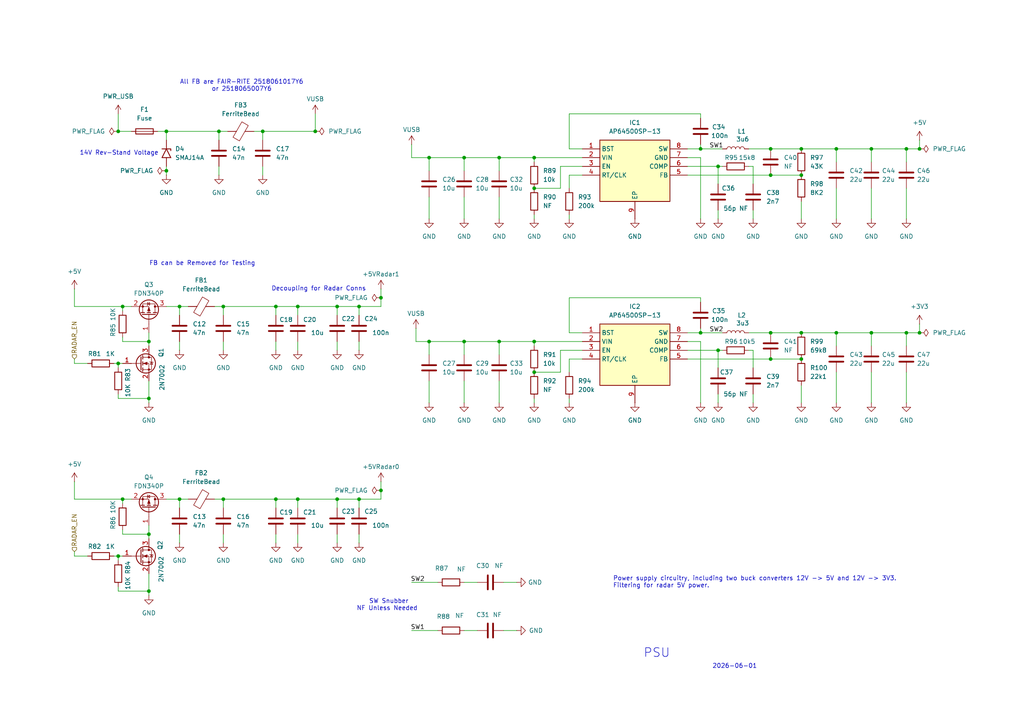
<source format=kicad_sch>
(kicad_sch (version 20231120) (generator "eeschema") (generator_version "8.0")
  (paper "A4")
  (lib_symbols
    (symbol "AP64500SP-13:AP64500SP-13"
      (property "Reference" "IC" (at 26.67 7.62 0))
      (property "Value" "AP64500SP-13" (at 26.67 5.08 0))
      (symbol "AP64500SP-13_1_1"
        (pin passive line (at 0 0 0) (length 5.08) (name "BST") (number "1"))
        (pin passive line (at 0 -2.54 0) (length 5.08) (name "VIN") (number "2"))
        (pin passive line (at 0 -5.08 0) (length 5.08) (name "EN") (number "3"))
        (pin passive line (at 0 -7.62 0) (length 5.08) (name "RT/CLK") (number "4"))
        (pin passive line (at 30.48 -7.62 180) (length 5.08) (name "FB") (number "5"))
        (pin passive line (at 30.48 -5.08 180) (length 5.08) (name "COMP") (number "6"))
        (pin passive line (at 30.48 -2.54 180) (length 5.08) (name "GND") (number "7"))
        (pin passive line (at 30.48 0 180) (length 5.08) (name "SW") (number "8"))
        (pin passive line (at 15.24 -20.32 90) (length 5.08) (name "EP") (number "9"))
      )
    )
    (symbol "Device:C" (pin_numbers hide) (pin_names (offset 0.254))
      (property "Reference" "C" (at 0.635 2.54 0))
      (property "Value" "C" (at 0.635 -2.54 0))
      (symbol "C_1_1"
        (pin passive line (at 0 3.81 270) (length 2.794) (name "~") (number "1"))
        (pin passive line (at 0 -3.81 90) (length 2.794) (name "~") (number "2"))
      )
    )
    (symbol "Device:FerriteBead" (pin_numbers hide) (pin_names (offset 0))
      (property "Reference" "FB" (at -3.81 0.635 90))
      (property "Value" "FerriteBead" (at 3.81 0 90))
      (symbol "FerriteBead_1_1"
        (pin passive line (at 0 3.81 270) (length 2.54) (name "~") (number "1"))
        (pin passive line (at 0 -3.81 90) (length 2.54) (name "~") (number "2"))
      )
    )
    (symbol "Device:Fuse" (pin_numbers hide) (pin_names (offset 0))
      (property "Reference" "F" (at 2.032 0 90))
      (property "Value" "Fuse" (at -1.905 0 90))
      (symbol "Fuse_1_1"
        (pin passive line (at 0 3.81 270) (length 1.27) (name "~") (number "1"))
        (pin passive line (at 0 -3.81 90) (length 1.27) (name "~") (number "2"))
      )
    )
    (symbol "Device:L" (pin_numbers hide) (pin_names (offset 1.016) hide)
      (property "Reference" "L" (at -1.27 0 90))
      (property "Value" "L" (at 1.905 0 90))
      (symbol "L_1_1"
        (pin passive line (at 0 3.81 270) (length 1.27) (name "1") (number "1"))
        (pin passive line (at 0 -3.81 90) (length 1.27) (name "2") (number "2"))
      )
    )
    (symbol "Device:R" (pin_numbers hide) (pin_names (offset 0))
      (property "Reference" "R" (at 2.032 0 90))
      (property "Value" "R" (at 0 0 90))
      (symbol "R_1_1"
        (pin passive line (at 0 3.81 270) (length 1.27) (name "~") (number "1"))
        (pin passive line (at 0 -3.81 90) (length 1.27) (name "~") (number "2"))
      )
    )
    (symbol "Diode:SMAJ14A" (pin_numbers hide) (pin_names (offset 1.016) hide)
      (property "Reference" "D" (at 0 2.54 0))
      (property "Value" "SMAJ14A" (at 0 -2.54 0))
      (symbol "SMAJ14A_1_1"
        (pin passive line (at -3.81 0 0) (length 2.54) (name "A1") (number "1"))
        (pin passive line (at 3.81 0 180) (length 2.54) (name "A2") (number "2"))
      )
    )
    (symbol "Transistor_FET:2N7002" (pin_names hide)
      (property "Reference" "Q" (at 5.08 1.905 0))
      (property "Value" "2N7002" (at 5.08 0 0))
      (symbol "2N7002_1_1"
        (pin input line (at -5.08 0 0) (length 2.54) (name "G") (number "1"))
        (pin passive line (at 2.54 -5.08 90) (length 2.54) (name "S") (number "2"))
        (pin passive line (at 2.54 5.08 270) (length 2.54) (name "D") (number "3"))
      )
    )
    (symbol "Transistor_FET:FDN340P" (pin_names hide)
      (property "Reference" "Q" (at 5.08 1.905 0))
      (property "Value" "FDN340P" (at 5.08 0 0))
      (symbol "FDN340P_1_1"
        (pin input line (at -5.08 0 0) (length 2.54) (name "G") (number "1"))
        (pin passive line (at 2.54 -5.08 90) (length 2.54) (name "S") (number "2"))
        (pin passive line (at 2.54 5.08 270) (length 2.54) (name "D") (number "3"))
      )
    )
    (symbol "power:+3.3V" (power) (pin_numbers hide) (pin_names (offset 0) hide)
      (property "Value" "+3.3V" (at 0 3.556 0))
      (symbol "+3.3V_1_1"
        (pin power_in line (at 0 0 90) (length 0) (name "~") (number "1"))
      )
    )
    (symbol "power:+5V" (power) (pin_numbers hide) (pin_names (offset 0) hide)
      (property "Value" "+5V" (at 0 3.556 0))
      (symbol "+5V_1_1"
        (pin power_in line (at 0 0 90) (length 0) (name "~") (number "1"))
      )
    )
    (symbol "power:+5VP" (power) (pin_numbers hide) (pin_names (offset 0) hide)
      (property "Value" "+5VP" (at 0 3.556 0))
      (symbol "+5VP_1_1"
        (pin power_in line (at 0 0 90) (length 0) (name "~") (number "1"))
      )
    )
    (symbol "power:GND" (power) (pin_numbers hide) (pin_names (offset 0) hide)
      (property "Value" "GND" (at 0 -3.81 0))
      (symbol "GND_1_1"
        (pin power_in line (at 0 0 270) (length 0) (name "~") (number "1"))
      )
    )
    (symbol "power:PWR_FLAG" (power) (pin_numbers hide) (pin_names (offset 0) hide)
      (property "Value" "PWR_FLAG" (at 0 3.81 0))
      (symbol "PWR_FLAG_0_0"
        (pin power_out line (at 0 0 90) (length 0) (name "~") (number "1"))
      )
    )
  )
  (junction (at 242.57 96.52))
  (junction (at 104.14 144.78))
  (junction (at 144.78 45.72))
  (junction (at 43.18 99.06))
  (junction (at 154.94 54.61))
  (junction (at 43.18 171.45))
  (junction (at 86.36 88.9))
  (junction (at 232.41 104.14))
  (junction (at 266.7 43.18))
  (junction (at 124.46 99.06))
  (junction (at 43.18 154.94))
  (junction (at 232.41 50.8))
  (junction (at 64.77 88.9))
  (junction (at 80.01 144.78))
  (junction (at 91.44 38.1))
  (junction (at 232.41 43.18))
  (junction (at 110.49 142.24))
  (junction (at 134.62 99.06))
  (junction (at 34.29 105.41))
  (junction (at 124.46 45.72))
  (junction (at 232.41 96.52))
  (junction (at 97.79 88.9))
  (junction (at 266.7 96.52))
  (junction (at 223.52 96.52))
  (junction (at 203.2 43.18))
  (junction (at 64.77 144.78))
  (junction (at 154.94 107.95))
  (junction (at 203.2 96.52))
  (junction (at 262.89 96.52))
  (junction (at 252.73 96.52))
  (junction (at 52.07 144.78))
  (junction (at 63.5 38.1))
  (junction (at 35.56 88.9))
  (junction (at 252.73 43.18))
  (junction (at 154.94 99.06))
  (junction (at 154.94 45.72))
  (junction (at 76.2 38.1))
  (junction (at 144.78 99.06))
  (junction (at 43.18 115.57))
  (junction (at 223.52 104.14))
  (junction (at 242.57 43.18))
  (junction (at 34.29 38.1))
  (junction (at 262.89 43.18))
  (junction (at 208.28 48.26))
  (junction (at 104.14 88.9))
  (junction (at 34.29 161.29))
  (junction (at 48.26 49.53))
  (junction (at 223.52 43.18))
  (junction (at 80.01 88.9))
  (junction (at 208.28 101.6))
  (junction (at 48.26 38.1))
  (junction (at 86.36 144.78))
  (junction (at 52.07 88.9))
  (junction (at 97.79 144.78))
  (junction (at 110.49 86.36))
  (junction (at 223.52 50.8))
  (junction (at 134.62 45.72))
  (junction (at 35.56 144.78))
  (wire (pts (xy 168.91 50.8) (xy 165.1 50.8)))
  (wire (pts (xy 165.1 33.02) (xy 165.1 43.18)))
  (wire (pts (xy 144.78 99.06) (xy 144.78 102.87)))
  (wire (pts (xy 223.52 96.52) (xy 232.41 96.52)))
  (wire (pts (xy 134.62 57.15) (xy 134.62 63.5)))
  (wire (pts (xy 34.29 161.29) (xy 34.29 162.56)))
  (wire (pts (xy 43.18 99.06) (xy 35.56 99.06)))
  (wire (pts (xy 165.1 96.52) (xy 168.91 96.52)))
  (wire (pts (xy 52.07 154.94) (xy 52.07 157.48)))
  (wire (pts (xy 21.59 139.7) (xy 21.59 144.78)))
  (wire (pts (xy 80.01 144.78) (xy 86.36 144.78)))
  (wire (pts (xy 154.94 99.06) (xy 144.78 99.06)))
  (wire (pts (xy 203.2 33.02) (xy 203.2 34.29)))
  (wire (pts (xy 120.65 99.06) (xy 124.46 99.06)))
  (wire (pts (xy 144.78 45.72) (xy 154.94 45.72)))
  (wire (pts (xy 63.5 38.1) (xy 63.5 40.64)))
  (wire (pts (xy 52.07 88.9) (xy 52.07 91.44)))
  (wire (pts (xy 43.18 96.52) (xy 43.18 99.06)))
  (wire (pts (xy 218.44 48.26) (xy 218.44 53.34)))
  (wire (pts (xy 266.7 43.18) (xy 266.7 40.64)))
  (wire (pts (xy 86.36 154.94) (xy 86.36 157.48)))
  (wire (pts (xy 223.52 43.18) (xy 232.41 43.18)))
  (wire (pts (xy 165.1 116.84) (xy 165.1 115.57)))
  (wire (pts (xy 48.26 88.9) (xy 52.07 88.9)))
  (wire (pts (xy 218.44 114.3) (xy 218.44 116.84)))
  (wire (pts (xy 80.01 88.9) (xy 86.36 88.9)))
  (wire (pts (xy 21.59 104.14) (xy 21.59 105.41)))
  (wire (pts (xy 168.91 104.14) (xy 165.1 104.14)))
  (wire (pts (xy 252.73 100.33) (xy 252.73 96.52)))
  (wire (pts (xy 43.18 152.4) (xy 43.18 154.94)))
  (wire (pts (xy 43.18 99.06) (xy 43.18 100.33)))
  (wire (pts (xy 97.79 144.78) (xy 97.79 147.32)))
  (wire (pts (xy 199.39 104.14) (xy 223.52 104.14)))
  (wire (pts (xy 242.57 100.33) (xy 242.57 96.52)))
  (wire (pts (xy 35.56 146.05) (xy 35.56 144.78)))
  (wire (pts (xy 80.01 144.78) (xy 80.01 147.32)))
  (wire (pts (xy 134.62 99.06) (xy 134.62 102.87)))
  (wire (pts (xy 104.14 144.78) (xy 104.14 147.32)))
  (wire (pts (xy 48.26 38.1) (xy 48.26 40.64)))
  (wire (pts (xy 203.2 45.72) (xy 203.2 63.5)))
  (wire (pts (xy 62.23 144.78) (xy 64.77 144.78)))
  (wire (pts (xy 64.77 144.78) (xy 64.77 147.32)))
  (wire (pts (xy 134.62 45.72) (xy 144.78 45.72)))
  (wire (pts (xy 203.2 99.06) (xy 203.2 116.84)))
  (wire (pts (xy 33.02 161.29) (xy 34.29 161.29)))
  (wire (pts (xy 232.41 43.18) (xy 242.57 43.18)))
  (wire (pts (xy 199.39 45.72) (xy 203.2 45.72)))
  (wire (pts (xy 97.79 99.06) (xy 97.79 101.6)))
  (wire (pts (xy 34.29 161.29) (xy 35.56 161.29)))
  (wire (pts (xy 63.5 48.26) (xy 63.5 50.8)))
  (wire (pts (xy 86.36 144.78) (xy 97.79 144.78)))
  (wire (pts (xy 48.26 38.1) (xy 63.5 38.1)))
  (wire (pts (xy 162.56 48.26) (xy 162.56 54.61)))
  (wire (pts (xy 34.29 171.45) (xy 34.29 170.18)))
  (wire (pts (xy 199.39 50.8) (xy 223.52 50.8)))
  (wire (pts (xy 110.49 139.7) (xy 110.49 142.24)))
  (wire (pts (xy 199.39 48.26) (xy 208.28 48.26)))
  (wire (pts (xy 52.07 99.06) (xy 52.07 101.6)))
  (wire (pts (xy 21.59 83.82) (xy 21.59 88.9)))
  (wire (pts (xy 97.79 88.9) (xy 104.14 88.9)))
  (wire (pts (xy 104.14 88.9) (xy 110.49 88.9)))
  (wire (pts (xy 104.14 144.78) (xy 110.49 144.78)))
  (wire (pts (xy 134.62 168.91) (xy 138.43 168.91)))
  (wire (pts (xy 21.59 105.41) (xy 25.4 105.41)))
  (wire (pts (xy 165.1 50.8) (xy 165.1 54.61)))
  (wire (pts (xy 124.46 99.06) (xy 134.62 99.06)))
  (wire (pts (xy 119.38 45.72) (xy 119.38 41.91)))
  (wire (pts (xy 242.57 46.99) (xy 242.57 43.18)))
  (wire (pts (xy 154.94 45.72) (xy 168.91 45.72)))
  (wire (pts (xy 124.46 57.15) (xy 124.46 63.5)))
  (wire (pts (xy 232.41 63.5) (xy 232.41 58.42)))
  (wire (pts (xy 262.89 96.52) (xy 252.73 96.52)))
  (wire (pts (xy 110.49 142.24) (xy 110.49 144.78)))
  (wire (pts (xy 76.2 38.1) (xy 76.2 40.64)))
  (wire (pts (xy 262.89 100.33) (xy 262.89 96.52)))
  (wire (pts (xy 162.56 48.26) (xy 168.91 48.26)))
  (wire (pts (xy 104.14 99.06) (xy 104.14 101.6)))
  (wire (pts (xy 80.01 154.94) (xy 80.01 157.48)))
  (wire (pts (xy 80.01 88.9) (xy 80.01 91.44)))
  (wire (pts (xy 34.29 105.41) (xy 35.56 105.41)))
  (wire (pts (xy 232.41 96.52) (xy 242.57 96.52)))
  (wire (pts (xy 45.72 38.1) (xy 48.26 38.1)))
  (wire (pts (xy 34.29 33.02) (xy 34.29 38.1)))
  (wire (pts (xy 203.2 96.52) (xy 209.55 96.52)))
  (wire (pts (xy 33.02 105.41) (xy 34.29 105.41)))
  (wire (pts (xy 154.94 45.72) (xy 154.94 46.99)))
  (wire (pts (xy 64.77 88.9) (xy 64.77 91.44)))
  (wire (pts (xy 120.65 99.06) (xy 120.65 95.25)))
  (wire (pts (xy 73.66 38.1) (xy 76.2 38.1)))
  (wire (pts (xy 252.73 46.99) (xy 252.73 43.18)))
  (wire (pts (xy 262.89 107.95) (xy 262.89 116.84)))
  (wire (pts (xy 208.28 116.84) (xy 208.28 114.3)))
  (wire (pts (xy 86.36 88.9) (xy 86.36 91.44)))
  (wire (pts (xy 43.18 110.49) (xy 43.18 115.57)))
  (wire (pts (xy 262.89 43.18) (xy 252.73 43.18)))
  (wire (pts (xy 146.05 182.88) (xy 149.86 182.88)))
  (wire (pts (xy 208.28 101.6) (xy 208.28 106.68)))
  (wire (pts (xy 217.17 43.18) (xy 223.52 43.18)))
  (wire (pts (xy 119.38 45.72) (xy 124.46 45.72)))
  (wire (pts (xy 154.94 115.57) (xy 154.94 116.84)))
  (wire (pts (xy 165.1 86.36) (xy 165.1 96.52)))
  (wire (pts (xy 242.57 96.52) (xy 252.73 96.52)))
  (wire (pts (xy 203.2 86.36) (xy 203.2 87.63)))
  (wire (pts (xy 218.44 60.96) (xy 218.44 63.5)))
  (wire (pts (xy 223.52 50.8) (xy 232.41 50.8)))
  (wire (pts (xy 76.2 38.1) (xy 91.44 38.1)))
  (wire (pts (xy 34.29 105.41) (xy 34.29 106.68)))
  (wire (pts (xy 218.44 101.6) (xy 218.44 106.68)))
  (wire (pts (xy 97.79 154.94) (xy 97.79 157.48)))
  (wire (pts (xy 217.17 96.52) (xy 223.52 96.52)))
  (wire (pts (xy 124.46 45.72) (xy 124.46 49.53)))
  (wire (pts (xy 86.36 99.06) (xy 86.36 101.6)))
  (wire (pts (xy 21.59 144.78) (xy 35.56 144.78)))
  (wire (pts (xy 209.55 101.6) (xy 208.28 101.6)))
  (wire (pts (xy 218.44 101.6) (xy 217.17 101.6)))
  (wire (pts (xy 64.77 88.9) (xy 80.01 88.9)))
  (wire (pts (xy 165.1 86.36) (xy 203.2 86.36)))
  (wire (pts (xy 119.38 168.91) (xy 127 168.91)))
  (wire (pts (xy 134.62 182.88) (xy 138.43 182.88)))
  (wire (pts (xy 144.78 57.15) (xy 144.78 63.5)))
  (wire (pts (xy 199.39 43.18) (xy 203.2 43.18)))
  (wire (pts (xy 34.29 38.1) (xy 38.1 38.1)))
  (wire (pts (xy 165.1 43.18) (xy 168.91 43.18)))
  (wire (pts (xy 86.36 144.78) (xy 86.36 147.32)))
  (wire (pts (xy 35.56 144.78) (xy 38.1 144.78)))
  (wire (pts (xy 34.29 115.57) (xy 43.18 115.57)))
  (wire (pts (xy 21.59 161.29) (xy 25.4 161.29)))
  (wire (pts (xy 43.18 154.94) (xy 35.56 154.94)))
  (wire (pts (xy 76.2 48.26) (xy 76.2 50.8)))
  (wire (pts (xy 35.56 90.17) (xy 35.56 88.9)))
  (wire (pts (xy 144.78 45.72) (xy 144.78 49.53)))
  (wire (pts (xy 208.28 63.5) (xy 208.28 60.96)))
  (wire (pts (xy 218.44 48.26) (xy 217.17 48.26)))
  (wire (pts (xy 110.49 86.36) (xy 110.49 83.82)))
  (wire (pts (xy 146.05 168.91) (xy 149.86 168.91)))
  (wire (pts (xy 134.62 110.49) (xy 134.62 116.84)))
  (wire (pts (xy 52.07 144.78) (xy 52.07 147.32)))
  (wire (pts (xy 35.56 154.94) (xy 35.56 153.67)))
  (wire (pts (xy 21.59 160.02) (xy 21.59 161.29)))
  (wire (pts (xy 162.56 54.61) (xy 154.94 54.61)))
  (wire (pts (xy 165.1 33.02) (xy 203.2 33.02)))
  (wire (pts (xy 43.18 166.37) (xy 43.18 171.45)))
  (wire (pts (xy 203.2 41.91) (xy 203.2 43.18)))
  (wire (pts (xy 262.89 96.52) (xy 266.7 96.52)))
  (wire (pts (xy 252.73 107.95) (xy 252.73 116.84)))
  (wire (pts (xy 63.5 38.1) (xy 66.04 38.1)))
  (wire (pts (xy 86.36 88.9) (xy 97.79 88.9)))
  (wire (pts (xy 110.49 88.9) (xy 110.49 86.36)))
  (wire (pts (xy 262.89 43.18) (xy 266.7 43.18)))
  (wire (pts (xy 48.26 48.26) (xy 48.26 49.53)))
  (wire (pts (xy 144.78 110.49) (xy 144.78 116.84)))
  (wire (pts (xy 43.18 115.57) (xy 43.18 116.84)))
  (wire (pts (xy 43.18 171.45) (xy 43.18 172.72)))
  (wire (pts (xy 266.7 96.52) (xy 266.7 93.98)))
  (wire (pts (xy 48.26 49.53) (xy 48.26 50.8)))
  (wire (pts (xy 209.55 48.26) (xy 208.28 48.26)))
  (wire (pts (xy 35.56 99.06) (xy 35.56 97.79)))
  (wire (pts (xy 52.07 144.78) (xy 54.61 144.78)))
  (wire (pts (xy 97.79 144.78) (xy 104.14 144.78)))
  (wire (pts (xy 242.57 43.18) (xy 252.73 43.18)))
  (wire (pts (xy 35.56 88.9) (xy 38.1 88.9)))
  (wire (pts (xy 21.59 88.9) (xy 35.56 88.9)))
  (wire (pts (xy 97.79 88.9) (xy 97.79 91.44)))
  (wire (pts (xy 165.1 104.14) (xy 165.1 107.95)))
  (wire (pts (xy 64.77 99.06) (xy 64.77 101.6)))
  (wire (pts (xy 52.07 88.9) (xy 54.61 88.9)))
  (wire (pts (xy 154.94 62.23) (xy 154.94 63.5)))
  (wire (pts (xy 208.28 48.26) (xy 208.28 53.34)))
  (wire (pts (xy 199.39 99.06) (xy 203.2 99.06)))
  (wire (pts (xy 64.77 144.78) (xy 80.01 144.78)))
  (wire (pts (xy 104.14 88.9) (xy 104.14 91.44)))
  (wire (pts (xy 162.56 101.6) (xy 162.56 107.95)))
  (wire (pts (xy 43.18 154.94) (xy 43.18 156.21)))
  (wire (pts (xy 91.44 33.02) (xy 91.44 38.1)))
  (wire (pts (xy 223.52 104.14) (xy 232.41 104.14)))
  (wire (pts (xy 48.26 144.78) (xy 52.07 144.78)))
  (wire (pts (xy 252.73 54.61) (xy 252.73 63.5)))
  (wire (pts (xy 199.39 96.52) (xy 203.2 96.52)))
  (wire (pts (xy 165.1 63.5) (xy 165.1 62.23)))
  (wire (pts (xy 80.01 99.06) (xy 80.01 101.6)))
  (wire (pts (xy 64.77 154.94) (xy 64.77 157.48)))
  (wire (pts (xy 62.23 88.9) (xy 64.77 88.9)))
  (wire (pts (xy 262.89 46.99) (xy 262.89 43.18)))
  (wire (pts (xy 242.57 107.95) (xy 242.57 116.84)))
  (wire (pts (xy 124.46 110.49) (xy 124.46 116.84)))
  (wire (pts (xy 119.38 182.88) (xy 127 182.88)))
  (wire (pts (xy 199.39 101.6) (xy 208.28 101.6)))
  (wire (pts (xy 124.46 45.72) (xy 134.62 45.72)))
  (wire (pts (xy 242.57 54.61) (xy 242.57 63.5)))
  (wire (pts (xy 262.89 54.61) (xy 262.89 63.5)))
  (wire (pts (xy 34.29 171.45) (xy 43.18 171.45)))
  (wire (pts (xy 104.14 154.94) (xy 104.14 157.48)))
  (wire (pts (xy 154.94 99.06) (xy 168.91 99.06)))
  (wire (pts (xy 162.56 107.95) (xy 154.94 107.95)))
  (wire (pts (xy 124.46 99.06) (xy 124.46 102.87)))
  (wire (pts (xy 134.62 45.72) (xy 134.62 49.53)))
  (wire (pts (xy 162.56 101.6) (xy 168.91 101.6)))
  (wire (pts (xy 203.2 95.25) (xy 203.2 96.52)))
  (wire (pts (xy 232.41 116.84) (xy 232.41 111.76)))
  (wire (pts (xy 34.29 115.57) (xy 34.29 114.3)))
  (wire (pts (xy 134.62 99.06) (xy 144.78 99.06)))
  (wire (pts (xy 154.94 99.06) (xy 154.94 100.33)))
  (wire (pts (xy 203.2 43.18) (xy 209.55 43.18)))
  (text "All FB are FAIR-RITE 2518061017Y6\nor 2518065007Y6" (at 70.104 24.892 0) (effects (font (size 1.27 1.27))))
  (text "Decoupling for Radar Conns" (at 92.456 83.82 0) (effects (font (size 1.27 1.27))))
  (text "PSU\n" (at 190.5 189.484 0) (effects (font (size 2.54 2.54))))
  (text "FB can be Removed for Testing" (at 58.674 76.454 0) (effects (font (size 1.27 1.27))))
  (text "Power supply circuitry, including two buck converters 12V -> 5V and 12V -> 3V3.\nFiltering for radar 5V power." (at 177.8 168.91 0) (effects (font (size 1.27 1.27)) (justify left)))
  (text "${CURRENT_DATE}" (at 213.106 193.294 0) (effects (font (size 1.27 1.27))))
  (text "14V Rev-Stand Voltage" (at 34.544 44.45 0) (effects (font (size 1.27 1.27))))
  (text "SW Snubber\nNF Unless Needed \n" (at 112.776 175.514 0) (effects (font (size 1.27 1.27))))
  (label "SW1" (at 123.19 182.88 180))
  (label "SW1" (at 205.74 43.18 0))
  (label "SW2" (at 123.19 168.91 180))
  (label "SW2" (at 205.74 96.52 0))
  (hierarchical_label "RADAR_EN" (shape input) (at 21.59 160.02 90))
  (hierarchical_label "RADAR_EN" (shape input) (at 21.59 104.14 90))
  (symbol (lib_id "Device:C") (at 86.36 95.25 0) (unit 1)
    (property "Reference" "C20" (at 87.884 92.71 0) (effects (justify left)))
    (property "Value" "10u" (at 90.17 96.5199 0) (effects (justify left)))
    (property "Footprint" "Capacitor_SMD:C_0805_2012Metric" (effects (hide yes)))
    (property "Description" "Unpolarized capacitor" (effects (hide yes)))
  )
  (symbol (lib_id "Device:R") (at 232.41 107.95 0) (unit 1)
    (property "Reference" "R100" (at 234.95 106.6799 0) (effects (justify left)))
    (property "Value" "22k1" (at 234.95 109.2199 0) (effects (justify left)))
    (property "Footprint" "Resistor_SMD:R_0603_1608Metric" (effects (hide yes)))
    (property "Description" "Resistor" (effects (hide yes)))
  )
  (symbol (lib_id "power:GND") (at 218.44 63.5 0) (unit 1)
    (property "Reference" "#PWR075" (effects (hide yes)))
    (property "Value" "GND" (at 218.44 68.58 0))
    (property "Description" "Power symbol creates a global label with name \"GND\" , ground" (effects (hide yes)))
  )
  (symbol (lib_id "Device:C") (at 97.79 151.13 0) (unit 1)
    (property "Reference" "C23" (at 99.06 148.336 0) (effects (justify left)))
    (property "Value" "100n" (effects (hide yes)))
    (property "Footprint" "Capacitor_SMD:C_0603_1608Metric" (effects (hide yes)))
    (property "Description" "Unpolarized capacitor" (effects (hide yes)))
  )
  (symbol (lib_id "Device:C") (at 80.01 151.13 0) (unit 1)
    (property "Reference" "C19" (at 81.026 148.59 0) (effects (justify left)))
    (property "Value" "10u" (effects (hide yes)))
    (property "Footprint" "Capacitor_SMD:C_0805_2012Metric" (effects (hide yes)))
    (property "Description" "Unpolarized capacitor" (effects (hide yes)))
  )
  (symbol (lib_id "power:+5VP") (at 110.49 139.7 0) (unit 1)
    (property "Reference" "#PWR054" (effects (hide yes)))
    (property "Value" "+5VRadar0" (at 110.49 135.382 0))
    (property "Description" "Power symbol creates a global label with name \"+5VP\"" (effects (hide yes)))
  )
  (symbol (lib_id "Device:R") (at 154.94 58.42 0) (unit 1)
    (property "Reference" "R90" (at 157.48 57.1499 0) (effects (justify left)))
    (property "Value" "NF" (at 157.48 59.6899 0) (effects (justify left)))
    (property "Footprint" "Resistor_SMD:R_0603_1608Metric" (effects (hide yes)))
    (property "Description" "Resistor" (effects (hide yes)))
  )
  (symbol (lib_id "power:GND") (at 154.94 63.5 0) (unit 1)
    (property "Reference" "#PWR065" (effects (hide yes)))
    (property "Value" "GND" (at 154.94 68.58 0))
    (property "Description" "Power symbol creates a global label with name \"GND\" , ground" (effects (hide yes)))
  )
  (symbol (lib_id "power:GND") (at 124.46 116.84 0) (unit 1)
    (property "Reference" "#PWR058" (effects (hide yes)))
    (property "Value" "GND" (at 124.46 121.92 0))
    (property "Description" "Power symbol creates a global label with name \"GND\" , ground" (effects (hide yes)))
  )
  (symbol (lib_id "Device:R") (at 232.41 46.99 0) (unit 1)
    (property "Reference" "R97" (at 234.95 45.7199 0) (effects (justify left)))
    (property "Value" "43K" (at 234.95 48.2599 0) (effects (justify left)))
    (property "Footprint" "Resistor_SMD:R_0603_1608Metric" (effects (hide yes)))
    (property "Description" "Resistor" (effects (hide yes)))
  )
  (symbol (lib_id "power:GND") (at 144.78 116.84 0) (unit 1)
    (property "Reference" "#PWR062" (effects (hide yes)))
    (property "Value" "GND" (at 144.78 121.92 0))
    (property "Description" "Power symbol creates a global label with name \"GND\" , ground" (effects (hide yes)))
  )
  (symbol (lib_id "Device:C") (at 97.79 95.25 0) (unit 1)
    (property "Reference" "C22" (at 99.06 92.456 0) (effects (justify left)))
    (property "Value" "100n" (effects (hide yes)))
    (property "Footprint" "Capacitor_SMD:C_0603_1608Metric" (effects (hide yes)))
    (property "Description" "Unpolarized capacitor" (effects (hide yes)))
  )
  (symbol (lib_id "power:+5V") (at 266.7 40.64 0) (unit 1)
    (property "Reference" "#PWR085" (effects (hide yes)))
    (property "Value" "+5V" (at 266.7 35.56 0))
    (property "Description" "Power symbol creates a global label with name \"+5V\"" (effects (hide yes)))
  )
  (symbol (lib_id "Device:C") (at 64.77 95.25 0) (unit 1)
    (property "Reference" "C15" (at 68.58 93.9799 0) (effects (justify left)))
    (property "Value" "47n" (at 68.58 96.5199 0) (effects (justify left)))
    (property "Footprint" "Capacitor_SMD:C_0603_1608Metric" (effects (hide yes)))
    (property "Description" "Unpolarized capacitor" (effects (hide yes)))
  )
  (symbol (lib_id "power:GND") (at 97.79 101.6 0) (unit 1)
    (property "Reference" "#PWR049" (effects (hide yes)))
    (property "Value" "GND" (at 97.79 106.68 0))
    (property "Description" "Power symbol creates a global label with name \"GND\" , ground" (effects (hide yes)))
  )
  (symbol (lib_id "Transistor_FET:FDN340P") (at 43.18 147.32 270) (mirror x) (unit 1)
    (property "Reference" "Q4" (at 43.18 138.43 90))
    (property "Value" "FDN340P" (at 43.18 140.97 90))
    (property "Footprint" "Package_TO_SOT_SMD:SOT-23" (effects (hide yes)))
    (property "Datasheet" "https://www.onsemi.com/pub/Collateral/FDN340P-D.PDF" (effects (hide yes)))
    (property "Description" "-2A Id, -20V Vds, P-Channel MOSFET, 70mOhm Ron, SOT-23" (effects (hide yes)))
  )
  (symbol (lib_id "Device:Fuse") (at 41.91 38.1 90) (unit 1)
    (property "Reference" "F1" (at 41.91 31.75 90))
    (property "Value" "Fuse" (at 41.91 34.29 90))
    (property "Footprint" "Fuse:Fuse_1206_3216Metric_Pad1.42x1.75mm_HandSolder" (effects (hide yes)))
    (property "Description" "Fuse" (effects (hide yes)))
  )
  (symbol (lib_id "power:GND") (at 218.44 116.84 0) (unit 1)
    (property "Reference" "#PWR076" (effects (hide yes)))
    (property "Value" "GND" (at 218.44 121.92 0))
    (property "Description" "Power symbol creates a global label with name \"GND\" , ground" (effects (hide yes)))
  )
  (symbol (lib_id "Device:C") (at 64.77 151.13 0) (unit 1)
    (property "Reference" "C16" (at 68.58 149.8599 0) (effects (justify left)))
    (property "Value" "47n" (at 68.58 152.3999 0) (effects (justify left)))
    (property "Footprint" "Capacitor_SMD:C_0603_1608Metric" (effects (hide yes)))
    (property "Description" "Unpolarized capacitor" (effects (hide yes)))
  )
  (symbol (lib_id "Device:R") (at 34.29 166.37 0) (unit 1)
    (property "Reference" "R84" (at 37.084 164.592 90))
    (property "Value" "10K" (at 37.084 169.164 90))
    (property "Footprint" "Resistor_SMD:R_0603_1608Metric" (effects (hide yes)))
    (property "Description" "Resistor" (effects (hide yes)))
  )
  (symbol (lib_id "Device:R") (at 165.1 111.76 0) (unit 1)
    (property "Reference" "R94" (at 167.64 110.4899 0) (effects (justify left)))
    (property "Value" "200k" (at 167.64 113.0299 0) (effects (justify left)))
    (property "Footprint" "Resistor_SMD:R_0603_1608Metric" (effects (hide yes)))
    (property "Description" "Resistor" (effects (hide yes)))
  )
  (symbol (lib_id "Device:C") (at 63.5 44.45 0) (unit 1)
    (property "Reference" "C14" (at 67.31 43.1799 0) (effects (justify left)))
    (property "Value" "47n" (at 67.31 45.7199 0) (effects (justify left)))
    (property "Footprint" "Capacitor_SMD:C_0603_1608Metric" (effects (hide yes)))
    (property "Description" "Unpolarized capacitor" (effects (hide yes)))
  )
  (symbol (lib_id "power:GND") (at 165.1 63.5 0) (unit 1)
    (property "Reference" "#PWR067" (effects (hide yes)))
    (property "Value" "GND" (at 165.1 68.58 0))
    (property "Description" "Power symbol creates a global label with name \"GND\" , ground" (effects (hide yes)))
  )
  (symbol (lib_id "Device:C") (at 52.07 95.25 0) (unit 1)
    (property "Reference" "C12" (at 55.88 93.9799 0) (effects (justify left)))
    (property "Value" "47n" (at 55.88 96.5199 0) (effects (justify left)))
    (property "Footprint" "Capacitor_SMD:C_0603_1608Metric" (effects (hide yes)))
    (property "Description" "Unpolarized capacitor" (effects (hide yes)))
  )
  (symbol (lib_id "power:GND") (at 43.18 172.72 0) (unit 1)
    (property "Reference" "#PWR036" (effects (hide yes)))
    (property "Value" "GND" (at 43.18 177.8 0))
    (property "Description" "Power symbol creates a global label with name \"GND\" , ground" (effects (hide yes)))
  )
  (symbol (lib_id "power:GND") (at 149.86 168.91 90) (unit 1)
    (property "Reference" "#PWR063" (effects (hide yes)))
    (property "Value" "GND" (at 155.194 168.91 90))
    (property "Description" "Power symbol creates a global label with name \"GND\" , ground" (effects (hide yes)))
  )
  (symbol (lib_id "power:+5VP") (at 120.65 95.25 0) (unit 1)
    (property "Reference" "#PWR056" (effects (hide yes)))
    (property "Value" "VUSB" (at 120.65 90.932 0))
    (property "Description" "Power symbol creates a global label with name \"+5VP\"" (effects (hide yes)))
  )
  (symbol (lib_id "power:+5VP") (at 91.44 33.02 0) (unit 1)
    (property "Reference" "#PWR048" (effects (hide yes)))
    (property "Value" "VUSB" (at 91.44 28.702 0))
    (property "Description" "Power symbol creates a global label with name \"+5VP\"" (effects (hide yes)))
  )
  (symbol (lib_id "Transistor_FET:FDN340P") (at 43.18 91.44 270) (mirror x) (unit 1)
    (property "Reference" "Q3" (at 43.18 82.55 90))
    (property "Value" "FDN340P" (at 43.18 85.09 90))
    (property "Footprint" "Package_TO_SOT_SMD:SOT-23" (effects (hide yes)))
    (property "Datasheet" "https://www.onsemi.com/pub/Collateral/FDN340P-D.PDF" (effects (hide yes)))
    (property "Description" "-2A Id, -20V Vds, P-Channel MOSFET, 70mOhm Ron, SOT-23" (effects (hide yes)))
  )
  (symbol (lib_id "power:GND") (at 86.36 101.6 0) (unit 1)
    (property "Reference" "#PWR046" (effects (hide yes)))
    (property "Value" "GND" (at 86.36 106.68 0))
    (property "Description" "Power symbol creates a global label with name \"GND\" , ground" (effects (hide yes)))
  )
  (symbol (lib_id "power:GND") (at 76.2 50.8 0) (unit 1)
    (property "Reference" "#PWR043" (effects (hide yes)))
    (property "Value" "GND" (at 76.2 55.88 0))
    (property "Description" "Power symbol creates a global label with name \"GND\" , ground" (effects (hide yes)))
  )
  (symbol (lib_id "Device:C") (at 52.07 151.13 0) (unit 1)
    (property "Reference" "C13" (at 55.88 149.8599 0) (effects (justify left)))
    (property "Value" "47n" (at 55.88 152.3999 0) (effects (justify left)))
    (property "Footprint" "Capacitor_SMD:C_0603_1608Metric" (effects (hide yes)))
    (property "Description" "Unpolarized capacitor" (effects (hide yes)))
  )
  (symbol (lib_id "power:GND") (at 184.15 63.5 0) (unit 1)
    (property "Reference" "#PWR069" (effects (hide yes)))
    (property "Value" "GND" (at 184.15 68.58 0))
    (property "Description" "Power symbol creates a global label with name \"GND\" , ground" (effects (hide yes)))
  )
  (symbol (lib_id "Device:R") (at 29.21 161.29 90) (unit 1)
    (property "Reference" "R82" (at 27.432 158.496 90))
    (property "Value" "1K" (at 32.004 158.496 90))
    (property "Footprint" "Resistor_SMD:R_0603_1608Metric" (effects (hide yes)))
    (property "Description" "Resistor" (effects (hide yes)))
  )
  (symbol (lib_id "power:GND") (at 134.62 63.5 0) (unit 1)
    (property "Reference" "#PWR059" (effects (hide yes)))
    (property "Value" "GND" (at 134.62 68.58 0))
    (property "Description" "Power symbol creates a global label with name \"GND\" , ground" (effects (hide yes)))
  )
  (symbol (lib_id "Device:C") (at 252.73 50.8 0) (unit 1)
    (property "Reference" "C44" (at 255.778 49.53 0) (effects (justify left)))
    (property "Value" "22u" (at 255.778 52.07 0) (effects (justify left)))
    (property "Footprint" "Capacitor_SMD:C_0805_2012Metric" (effects (hide yes)))
    (property "Description" "Unpolarized capacitor" (effects (hide yes)))
  )
  (symbol (lib_id "power:PWR_FLAG") (at 110.49 142.24 90) (unit 1)
    (property "Reference" "#FLG08" (effects (hide yes)))
    (property "Value" "PWR_FLAG" (at 106.68 142.2399 90) (effects (justify left)))
    (property "Description" "Special symbol for telling ERC where power comes from" (effects (hide yes)))
  )
  (symbol (lib_id "power:GND") (at 104.14 101.6 0) (unit 1)
    (property "Reference" "#PWR051" (effects (hide yes)))
    (property "Value" "GND" (at 104.14 106.68 0))
    (property "Description" "Power symbol creates a global label with name \"GND\" , ground" (effects (hide yes)))
  )
  (symbol (lib_id "Device:L") (at 213.36 43.18 90) (unit 1)
    (property "Reference" "L1" (at 215.138 38.1 90))
    (property "Value" "3u6" (at 215.392 40.386 90))
    (property "Footprint" "Inductor_SMD:L_Coilcraft_XxL4030" (effects (hide yes)))
    (property "Description" "Inductor" (effects (hide yes)))
  )
  (symbol (lib_id "power:GND") (at 149.86 182.88 90) (unit 1)
    (property "Reference" "#PWR064" (effects (hide yes)))
    (property "Value" "GND" (at 155.448 182.88 90))
    (property "Description" "Power symbol creates a global label with name \"GND\" , ground" (effects (hide yes)))
  )
  (symbol (lib_id "Device:C") (at 144.78 106.68 0) (unit 1)
    (property "Reference" "C33" (at 147.828 105.41 0) (effects (justify left)))
    (property "Value" "10u" (at 147.828 107.95 0) (effects (justify left)))
    (property "Footprint" "Capacitor_SMD:C_0805_2012Metric" (effects (hide yes)))
    (property "Description" "Unpolarized capacitor" (effects (hide yes)))
  )
  (symbol (lib_id "Device:R") (at 154.94 50.8 0) (unit 1)
    (property "Reference" "R89" (at 157.48 49.5299 0) (effects (justify left)))
    (property "Value" "10k" (at 157.48 52.0699 0) (effects (justify left)))
    (property "Footprint" "Resistor_SMD:R_0603_1608Metric" (effects (hide yes)))
    (property "Description" "Resistor" (effects (hide yes)))
  )
  (symbol (lib_id "Device:C") (at 242.57 50.8 0) (unit 1)
    (property "Reference" "C42" (at 246.38 49.5299 0) (effects (justify left)))
    (property "Value" "22u" (at 246.38 52.0699 0) (effects (justify left)))
    (property "Footprint" "Capacitor_SMD:C_0805_2012Metric" (effects (hide yes)))
    (property "Description" "Unpolarized capacitor" (effects (hide yes)))
  )
  (symbol (lib_id "power:+3.3V") (at 266.7 93.98 0) (unit 1)
    (property "Reference" "#PWR086" (effects (hide yes)))
    (property "Value" "+3V3" (at 266.7 88.9 0))
    (property "Description" "Power symbol creates a global label with name \"+3.3V\"" (effects (hide yes)))
  )
  (symbol (lib_id "Diode:SMAJ14A") (at 48.26 44.45 270) (unit 1)
    (property "Reference" "D4" (at 50.8 43.1799 90) (effects (justify left)))
    (property "Value" "SMAJ14A" (at 50.8 45.7199 90) (effects (justify left)))
    (property "Footprint" "Diode_SMD:D_SMA" (effects (hide yes)))
    (property "Datasheet" "https://www.littelfuse.com/media?resourcetype=datasheets&itemid=75e32973-b177-4ee3-a0ff-cedaf1abdb93&filename=smaj-datasheet" (effects (hide yes)))
    (property "Description" "400W unidirectional Transient Voltage Suppressor, 14.0Vr, SMA(DO-214AC)" (effects (hide yes)))
  )
  (symbol (lib_id "Device:C") (at 144.78 53.34 0) (unit 1)
    (property "Reference" "C32" (at 147.828 52.07 0) (effects (justify left)))
    (property "Value" "10u" (at 147.828 54.61 0) (effects (justify left)))
    (property "Footprint" "Capacitor_SMD:C_0805_2012Metric" (effects (hide yes)))
    (property "Description" "Unpolarized capacitor" (effects (hide yes)))
  )
  (symbol (lib_id "power:GND") (at 252.73 116.84 0) (unit 1)
    (property "Reference" "#PWR082" (effects (hide yes)))
    (property "Value" "GND" (at 252.73 121.92 0))
    (property "Description" "Power symbol creates a global label with name \"GND\" , ground" (effects (hide yes)))
  )
  (symbol (lib_id "power:PWR_FLAG") (at 110.49 86.36 90) (unit 1)
    (property "Reference" "#FLG07" (effects (hide yes)))
    (property "Value" "PWR_FLAG" (at 106.68 86.3599 90) (effects (justify left)))
    (property "Description" "Special symbol for telling ERC where power comes from" (effects (hide yes)))
  )
  (symbol (lib_id "Device:C") (at 218.44 57.15 0) (unit 1)
    (property "Reference" "C38" (at 222.25 55.8799 0) (effects (justify left)))
    (property "Value" "2n7" (at 222.25 58.4199 0) (effects (justify left)))
    (property "Footprint" "Capacitor_SMD:C_0603_1608Metric" (effects (hide yes)))
    (property "Description" "Unpolarized capacitor" (effects (hide yes)))
  )
  (symbol (lib_id "power:GND") (at 232.41 116.84 0) (unit 1)
    (property "Reference" "#PWR078" (effects (hide yes)))
    (property "Value" "GND" (at 232.41 121.92 0))
    (property "Description" "Power symbol creates a global label with name \"GND\" , ground" (effects (hide yes)))
  )
  (symbol (lib_id "power:GND") (at 64.77 157.48 0) (unit 1)
    (property "Reference" "#PWR042" (effects (hide yes)))
    (property "Value" "GND" (at 64.77 162.56 0))
    (property "Description" "Power symbol creates a global label with name \"GND\" , ground" (effects (hide yes)))
  )
  (symbol (lib_id "power:GND") (at 52.07 101.6 0) (unit 1)
    (property "Reference" "#PWR038" (effects (hide yes)))
    (property "Value" "GND" (at 52.07 106.68 0))
    (property "Description" "Power symbol creates a global label with name \"GND\" , ground" (effects (hide yes)))
  )
  (symbol (lib_id "power:GND") (at 242.57 63.5 0) (unit 1)
    (property "Reference" "#PWR079" (effects (hide yes)))
    (property "Value" "GND" (at 242.57 68.58 0))
    (property "Description" "Power symbol creates a global label with name \"GND\" , ground" (effects (hide yes)))
  )
  (symbol (lib_id "Device:C") (at 104.14 151.13 0) (unit 1)
    (property "Reference" "C25" (at 105.664 148.336 0) (effects (justify left)))
    (property "Value" "100n" (at 107.95 152.3999 0) (effects (justify left)))
    (property "Footprint" "Capacitor_SMD:C_0603_1608Metric" (effects (hide yes)))
    (property "Description" "Unpolarized capacitor" (effects (hide yes)))
  )
  (symbol (lib_id "Device:R") (at 34.29 110.49 0) (unit 1)
    (property "Reference" "R83" (at 37.084 108.712 90))
    (property "Value" "10K" (at 37.084 113.284 90))
    (property "Footprint" "Resistor_SMD:R_0603_1608Metric" (effects (hide yes)))
    (property "Description" "Resistor" (effects (hide yes)))
  )
  (symbol (lib_id "power:GND") (at 124.46 63.5 0) (unit 1)
    (property "Reference" "#PWR057" (effects (hide yes)))
    (property "Value" "GND" (at 124.46 68.58 0))
    (property "Description" "Power symbol creates a global label with name \"GND\" , ground" (effects (hide yes)))
  )
  (symbol (lib_id "power:PWR_FLAG") (at 266.7 43.18 270) (unit 1)
    (property "Reference" "#FLG09" (effects (hide yes)))
    (property "Value" "PWR_FLAG" (at 270.51 43.1799 90) (effects (justify left)))
    (property "Description" "Special symbol for telling ERC where power comes from" (effects (hide yes)))
  )
  (symbol (lib_id "power:GND") (at 203.2 116.84 0) (unit 1)
    (property "Reference" "#PWR072" (effects (hide yes)))
    (property "Value" "GND" (at 203.2 121.92 0))
    (property "Description" "Power symbol creates a global label with name \"GND\" , ground" (effects (hide yes)))
  )
  (symbol (lib_id "Device:C") (at 134.62 106.68 0) (unit 1)
    (property "Reference" "C29" (at 137.922 105.41 0) (effects (justify left)))
    (property "Value" "10u" (at 137.922 107.95 0) (effects (justify left)))
    (property "Footprint" "Capacitor_SMD:C_0805_2012Metric" (effects (hide yes)))
    (property "Description" "Unpolarized capacitor" (effects (hide yes)))
  )
  (symbol (lib_id "Device:C") (at 203.2 91.44 180) (unit 1)
    (property "Reference" "C35" (at 206.502 90.17 0) (effects (justify right)))
    (property "Value" "100n" (at 206.248 92.71 0) (effects (justify right)))
    (property "Footprint" "Capacitor_SMD:C_0603_1608Metric" (effects (hide yes)))
    (property "Description" "Unpolarized capacitor" (effects (hide yes)))
  )
  (symbol (lib_id "power:GND") (at 242.57 116.84 0) (unit 1)
    (property "Reference" "#PWR080" (effects (hide yes)))
    (property "Value" "GND" (at 242.57 121.92 0))
    (property "Description" "Power symbol creates a global label with name \"GND\" , ground" (effects (hide yes)))
  )
  (symbol (lib_id "Device:R") (at 35.56 149.86 180) (unit 1)
    (property "Reference" "R86" (at 32.766 151.638 90))
    (property "Value" "10K" (at 32.766 147.066 90))
    (property "Footprint" "Resistor_SMD:R_0603_1608Metric" (effects (hide yes)))
    (property "Description" "Resistor" (effects (hide yes)))
  )
  (symbol (lib_id "Device:C") (at 252.73 104.14 0) (unit 1)
    (property "Reference" "C45" (at 255.778 102.87 0) (effects (justify left)))
    (property "Value" "22u" (at 255.778 105.41 0) (effects (justify left)))
    (property "Footprint" "Capacitor_SMD:C_0805_2012Metric" (effects (hide yes)))
    (property "Description" "Unpolarized capacitor" (effects (hide yes)))
  )
  (symbol (lib_id "power:GND") (at 144.78 63.5 0) (unit 1)
    (property "Reference" "#PWR061" (effects (hide yes)))
    (property "Value" "GND" (at 144.78 68.58 0))
    (property "Description" "Power symbol creates a global label with name \"GND\" , ground" (effects (hide yes)))
  )
  (symbol (lib_id "Device:R") (at 232.41 100.33 0) (unit 1)
    (property "Reference" "R99" (at 234.95 99.0599 0) (effects (justify left)))
    (property "Value" "69k8" (at 234.95 101.5999 0) (effects (justify left)))
    (property "Footprint" "Resistor_SMD:R_0603_1608Metric" (effects (hide yes)))
    (property "Description" "Resistor" (effects (hide yes)))
  )
  (symbol (lib_id "Device:R") (at 213.36 48.26 270) (unit 1)
    (property "Reference" "R95" (at 212.09 45.72 90))
    (property "Value" "15k8" (at 216.662 45.72 90))
    (property "Footprint" "Resistor_SMD:R_0603_1608Metric" (effects (hide yes)))
    (property "Description" "Resistor" (effects (hide yes)))
  )
  (symbol (lib_id "power:+5VP") (at 110.49 83.82 0) (unit 1)
    (property "Reference" "#PWR053" (effects (hide yes)))
    (property "Value" "+5VRadar1" (at 110.49 79.502 0))
    (property "Description" "Power symbol creates a global label with name \"+5VP\"" (effects (hide yes)))
  )
  (symbol (lib_id "Device:R") (at 130.81 168.91 90) (unit 1)
    (property "Reference" "R87" (at 130.048 164.846 90) (effects (justify left)))
    (property "Value" "NF" (at 135.128 165.1 90) (effects (justify left)))
    (property "Footprint" "Resistor_SMD:R_0603_1608Metric" (effects (hide yes)))
    (property "Description" "Resistor" (effects (hide yes)))
  )
  (symbol (lib_id "AP64500SP-13:AP64500SP-13") (at 168.91 43.18 0) (unit 1)
    (property "Reference" "IC1" (at 184.15 35.56 0))
    (property "Value" "AP64500SP-13" (at 184.15 38.1 0))
    (property "Footprint" "SOIC127P600X163-9N" (effects (hide yes)))
    (property "Datasheet" "https://www.diodes.com//assets/Datasheets/AP64500.pdf" (effects (hide yes)))
    (property "Description" "Conv DC-DC 3.8V to 40V Synchronous Step Down Single-Out 0.8V to 39V 5A 8-Pin SO EP T/R" (effects (hide yes)))
    (property "Height" "1.63" (effects (hide yes)))
    (property "Manufacturer_Name" "Diodes Incorporated" (effects (hide yes)))
    (property "Manufacturer_Part_Number" "AP64500SP-13" (effects (hide yes)))
  )
  (symbol (lib_id "Device:R") (at 29.21 105.41 90) (unit 1)
    (property "Reference" "R81" (at 27.432 102.616 90))
    (property "Value" "1K" (at 32.004 102.616 90))
    (property "Footprint" "Resistor_SMD:R_0603_1608Metric" (effects (hide yes)))
    (property "Description" "Resistor" (effects (hide yes)))
  )
  (symbol (lib_id "power:GND") (at 262.89 116.84 0) (unit 1)
    (property "Reference" "#PWR084" (effects (hide yes)))
    (property "Value" "GND" (at 262.89 121.92 0))
    (property "Description" "Power symbol creates a global label with name \"GND\" , ground" (effects (hide yes)))
  )
  (symbol (lib_id "power:GND") (at 97.79 157.48 0) (unit 1)
    (property "Reference" "#PWR050" (effects (hide yes)))
    (property "Value" "GND" (at 97.79 162.56 0))
    (property "Description" "Power symbol creates a global label with name \"GND\" , ground" (effects (hide yes)))
  )
  (symbol (lib_id "Device:L") (at 213.36 96.52 90) (unit 1)
    (property "Reference" "L2" (at 215.138 91.44 90))
    (property "Value" "3u3" (at 215.392 93.726 90))
    (property "Footprint" "Inductor_SMD:L_Coilcraft_XxL4030" (effects (hide yes)))
    (property "Description" "Inductor" (effects (hide yes)))
  )
  (symbol (lib_id "power:GND") (at 43.18 116.84 0) (unit 1)
    (property "Reference" "#PWR035" (effects (hide yes)))
    (property "Value" "GND" (at 43.18 121.92 0))
    (property "Description" "Power symbol creates a global label with name \"GND\" , ground" (effects (hide yes)))
  )
  (symbol (lib_id "Device:C") (at 76.2 44.45 0) (unit 1)
    (property "Reference" "C17" (at 80.01 43.1799 0) (effects (justify left)))
    (property "Value" "47n" (at 80.01 45.7199 0) (effects (justify left)))
    (property "Footprint" "Capacitor_SMD:C_0603_1608Metric" (effects (hide yes)))
    (property "Description" "Unpolarized capacitor" (effects (hide yes)))
  )
  (symbol (lib_id "power:GND") (at 184.15 116.84 0) (unit 1)
    (property "Reference" "#PWR070" (effects (hide yes)))
    (property "Value" "GND" (at 184.15 121.92 0))
    (property "Description" "Power symbol creates a global label with name \"GND\" , ground" (effects (hide yes)))
  )
  (symbol (lib_id "Device:FerriteBead") (at 58.42 144.78 90) (unit 1)
    (property "Reference" "FB2" (at 58.3692 137.16 90))
    (property "Value" "FerriteBead" (at 58.3692 139.7 90))
    (property "Footprint" "Inductor_SMD:L_1806_4516Metric" (effects (hide yes)))
    (property "Description" "Ferrite bead" (effects (hide yes)))
  )
  (symbol (lib_id "Device:C") (at 203.2 38.1 180) (unit 1)
    (property "Reference" "C34" (at 206.502 36.83 0) (effects (justify right)))
    (property "Value" "100n" (at 206.248 39.37 0) (effects (justify right)))
    (property "Footprint" "Capacitor_SMD:C_0603_1608Metric" (effects (hide yes)))
    (property "Description" "Unpolarized capacitor" (effects (hide yes)))
  )
  (symbol (lib_id "power:GND") (at 63.5 50.8 0) (unit 1)
    (property "Reference" "#PWR040" (effects (hide yes)))
    (property "Value" "GND" (at 63.5 55.88 0))
    (property "Description" "Power symbol creates a global label with name \"GND\" , ground" (effects (hide yes)))
  )
  (symbol (lib_id "power:PWR_FLAG") (at 266.7 96.52 270) (unit 1)
    (property "Reference" "#FLG010" (effects (hide yes)))
    (property "Value" "PWR_FLAG" (at 270.51 96.5199 90) (effects (justify left)))
    (property "Description" "Special symbol for telling ERC where power comes from" (effects (hide yes)))
  )
  (symbol (lib_id "power:GND") (at 80.01 157.48 0) (unit 1)
    (property "Reference" "#PWR045" (effects (hide yes)))
    (property "Value" "GND" (at 80.01 162.56 0))
    (property "Description" "Power symbol creates a global label with name \"GND\" , ground" (effects (hide yes)))
  )
  (symbol (lib_id "Device:C") (at 124.46 106.68 0) (unit 1)
    (property "Reference" "C27" (at 128.27 105.4099 0) (effects (justify left)))
    (property "Value" "10u" (at 128.27 107.9499 0) (effects (justify left)))
    (property "Footprint" "Capacitor_SMD:C_0805_2012Metric" (effects (hide yes)))
    (property "Description" "Unpolarized capacitor" (effects (hide yes)))
  )
  (symbol (lib_id "Device:FerriteBead") (at 69.85 38.1 90) (unit 1)
    (property "Reference" "FB3" (at 69.7992 30.48 90))
    (property "Value" "FerriteBead" (at 69.7992 33.02 90))
    (property "Footprint" "Inductor_SMD:L_1806_4516Metric" (effects (hide yes)))
    (property "Description" "Ferrite bead" (effects (hide yes)))
  )
  (symbol (lib_id "Device:R") (at 165.1 58.42 0) (unit 1)
    (property "Reference" "R93" (at 167.64 57.1499 0) (effects (justify left)))
    (property "Value" "200k" (at 167.64 59.6899 0) (effects (justify left)))
    (property "Footprint" "Resistor_SMD:R_0603_1608Metric" (effects (hide yes)))
    (property "Description" "Resistor" (effects (hide yes)))
  )
  (symbol (lib_id "Device:C") (at 208.28 57.15 0) (unit 1)
    (property "Reference" "C36" (at 209.296 54.61 0) (effects (justify left)))
    (property "Value" "56p NF" (at 209.804 60.452 0) (effects (justify left)))
    (property "Footprint" "Capacitor_SMD:C_0603_1608Metric" (effects (hide yes)))
    (property "Description" "Unpolarized capacitor" (effects (hide yes)))
  )
  (symbol (lib_id "power:GND") (at 208.28 116.84 0) (unit 1)
    (property "Reference" "#PWR074" (effects (hide yes)))
    (property "Value" "GND" (at 208.28 121.92 0))
    (property "Description" "Power symbol creates a global label with name \"GND\" , ground" (effects (hide yes)))
  )
  (symbol (lib_id "Device:C") (at 262.89 50.8 0) (unit 1)
    (property "Reference" "C46" (at 265.938 49.53 0) (effects (justify left)))
    (property "Value" "22u" (at 265.938 52.07 0) (effects (justify left)))
    (property "Footprint" "Capacitor_SMD:C_0805_2012Metric" (effects (hide yes)))
    (property "Description" "Unpolarized capacitor" (effects (hide yes)))
  )
  (symbol (lib_id "power:+5VP") (at 21.59 83.82 0) (unit 1)
    (property "Reference" "#PWR032" (effects (hide yes)))
    (property "Value" "+5V" (at 21.59 78.74 0))
    (property "Description" "Power symbol creates a global label with name \"+5VP\"" (effects (hide yes)))
  )
  (symbol (lib_id "Device:R") (at 35.56 93.98 180) (unit 1)
    (property "Reference" "R85" (at 32.766 95.758 90))
    (property "Value" "10K" (at 32.766 91.186 90))
    (property "Footprint" "Resistor_SMD:R_0603_1608Metric" (effects (hide yes)))
    (property "Description" "Resistor" (effects (hide yes)))
  )
  (symbol (lib_id "power:GND") (at 86.36 157.48 0) (unit 1)
    (property "Reference" "#PWR047" (effects (hide yes)))
    (property "Value" "GND" (at 86.36 162.56 0))
    (property "Description" "Power symbol creates a global label with name \"GND\" , ground" (effects (hide yes)))
  )
  (symbol (lib_id "Device:R") (at 130.81 182.88 90) (unit 1)
    (property "Reference" "R88" (at 130.556 178.816 90) (effects (justify left)))
    (property "Value" "NF" (at 134.62 178.562 90) (effects (justify left)))
    (property "Footprint" "Resistor_SMD:R_0603_1608Metric" (effects (hide yes)))
    (property "Description" "Resistor" (effects (hide yes)))
  )
  (symbol (lib_id "power:GND") (at 64.77 101.6 0) (unit 1)
    (property "Reference" "#PWR041" (effects (hide yes)))
    (property "Value" "GND" (at 64.77 106.68 0))
    (property "Description" "Power symbol creates a global label with name \"GND\" , ground" (effects (hide yes)))
  )
  (symbol (lib_id "Device:R") (at 154.94 111.76 0) (unit 1)
    (property "Reference" "R92" (at 157.48 110.4899 0) (effects (justify left)))
    (property "Value" "NF" (at 157.48 113.0299 0) (effects (justify left)))
    (property "Footprint" "Resistor_SMD:R_0603_1608Metric" (effects (hide yes)))
    (property "Description" "Resistor" (effects (hide yes)))
  )
  (symbol (lib_id "Device:C") (at 86.36 151.13 0) (unit 1)
    (property "Reference" "C21" (at 87.884 148.59 0) (effects (justify left)))
    (property "Value" "10u" (at 90.17 152.3999 0) (effects (justify left)))
    (property "Footprint" "Capacitor_SMD:C_0805_2012Metric" (effects (hide yes)))
    (property "Description" "Unpolarized capacitor" (effects (hide yes)))
  )
  (symbol (lib_id "power:GND") (at 80.01 101.6 0) (unit 1)
    (property "Reference" "#PWR044" (effects (hide yes)))
    (property "Value" "GND" (at 80.01 106.68 0))
    (property "Description" "Power symbol creates a global label with name \"GND\" , ground" (effects (hide yes)))
  )
  (symbol (lib_id "Device:C") (at 124.46 53.34 0) (unit 1)
    (property "Reference" "C26" (at 128.27 52.0699 0) (effects (justify left)))
    (property "Value" "10u" (at 128.27 54.6099 0) (effects (justify left)))
    (property "Footprint" "Capacitor_SMD:C_0805_2012Metric" (effects (hide yes)))
    (property "Description" "Unpolarized capacitor" (effects (hide yes)))
  )
  (symbol (lib_id "Device:C") (at 208.28 110.49 0) (unit 1)
    (property "Reference" "C37" (at 208.788 107.95 0) (effects (justify left)))
    (property "Value" "56p NF" (at 209.804 114.3 0) (effects (justify left)))
    (property "Footprint" "Capacitor_SMD:C_0603_1608Metric" (effects (hide yes)))
    (property "Description" "Unpolarized capacitor" (effects (hide yes)))
  )
  (symbol (lib_id "power:GND") (at 232.41 63.5 0) (unit 1)
    (property "Reference" "#PWR077" (effects (hide yes)))
    (property "Value" "GND" (at 232.41 68.58 0))
    (property "Description" "Power symbol creates a global label with name \"GND\" , ground" (effects (hide yes)))
  )
  (symbol (lib_id "Device:C") (at 134.62 53.34 0) (unit 1)
    (property "Reference" "C28" (at 137.922 52.07 0) (effects (justify left)))
    (property "Value" "10u" (at 137.922 54.61 0) (effects (justify left)))
    (property "Footprint" "Capacitor_SMD:C_0805_2012Metric" (effects (hide yes)))
    (property "Description" "Unpolarized capacitor" (effects (hide yes)))
  )
  (symbol (lib_id "power:GND") (at 252.73 63.5 0) (unit 1)
    (property "Reference" "#PWR081" (effects (hide yes)))
    (property "Value" "GND" (at 252.73 68.58 0))
    (property "Description" "Power symbol creates a global label with name \"GND\" , ground" (effects (hide yes)))
  )
  (symbol (lib_id "power:PWR_FLAG") (at 91.44 38.1 270) (unit 1)
    (property "Reference" "#FLG06" (effects (hide yes)))
    (property "Value" "PWR_FLAG" (at 95.25 38.0999 90) (effects (justify left)))
    (property "Description" "Special symbol for telling ERC where power comes from" (effects (hide yes)))
  )
  (symbol (lib_id "power:GND") (at 52.07 157.48 0) (unit 1)
    (property "Reference" "#PWR039" (effects (hide yes)))
    (property "Value" "GND" (at 52.07 162.56 0))
    (property "Description" "Power symbol creates a global label with name \"GND\" , ground" (effects (hide yes)))
  )
  (symbol (lib_id "Device:C") (at 223.52 100.33 0) (unit 1)
    (property "Reference" "C41" (at 227.33 99.0599 0) (effects (justify left)))
    (property "Value" "NF" (at 227.33 101.5999 0) (effects (justify left)))
    (property "Footprint" "Capacitor_SMD:C_0603_1608Metric" (effects (hide yes)))
    (property "Description" "Unpolarized capacitor" (effects (hide yes)))
  )
  (symbol (lib_id "power:GND") (at 208.28 63.5 0) (unit 1)
    (property "Reference" "#PWR073" (effects (hide yes)))
    (property "Value" "GND" (at 208.28 68.58 0))
    (property "Description" "Power symbol creates a global label with name \"GND\" , ground" (effects (hide yes)))
  )
  (symbol (lib_id "power:GND") (at 165.1 116.84 0) (unit 1)
    (property "Reference" "#PWR068" (effects (hide yes)))
    (property "Value" "GND" (at 165.1 121.92 0))
    (property "Description" "Power symbol creates a global label with name \"GND\" , ground" (effects (hide yes)))
  )
  (symbol (lib_id "Device:C") (at 218.44 110.49 0) (unit 1)
    (property "Reference" "C39" (at 222.25 109.2199 0) (effects (justify left)))
    (property "Value" "2n7" (at 222.25 111.7599 0) (effects (justify left)))
    (property "Footprint" "Capacitor_SMD:C_0603_1608Metric" (effects (hide yes)))
    (property "Description" "Unpolarized capacitor" (effects (hide yes)))
  )
  (symbol (lib_id "Device:R") (at 213.36 101.6 270) (unit 1)
    (property "Reference" "R96" (at 212.09 99.06 90))
    (property "Value" "10k5" (at 216.662 99.06 90))
    (property "Footprint" "Resistor_SMD:R_0603_1608Metric" (effects (hide yes)))
    (property "Description" "Resistor" (effects (hide yes)))
  )
  (symbol (lib_id "power:GND") (at 134.62 116.84 0) (unit 1)
    (property "Reference" "#PWR060" (effects (hide yes)))
    (property "Value" "GND" (at 134.62 121.92 0))
    (property "Description" "Power symbol creates a global label with name \"GND\" , ground" (effects (hide yes)))
  )
  (symbol (lib_id "Device:C") (at 262.89 104.14 0) (unit 1)
    (property "Reference" "C47" (at 265.938 102.87 0) (effects (justify left)))
    (property "Value" "22u" (at 265.938 105.41 0) (effects (justify left)))
    (property "Footprint" "Capacitor_SMD:C_0805_2012Metric" (effects (hide yes)))
    (property "Description" "Unpolarized capacitor" (effects (hide yes)))
  )
  (symbol (lib_id "power:GND") (at 48.26 50.8 0) (unit 1)
    (property "Reference" "#PWR037" (effects (hide yes)))
    (property "Value" "GND" (at 48.26 55.88 0))
    (property "Description" "Power symbol creates a global label with name \"GND\" , ground" (effects (hide yes)))
  )
  (symbol (lib_id "power:GND") (at 203.2 63.5 0) (unit 1)
    (property "Reference" "#PWR071" (effects (hide yes)))
    (property "Value" "GND" (at 203.2 68.58 0))
    (property "Description" "Power symbol creates a global label with name \"GND\" , ground" (effects (hide yes)))
  )
  (symbol (lib_id "Device:C") (at 142.24 168.91 90) (unit 1)
    (property "Reference" "C30" (at 141.986 164.084 90) (effects (justify left)))
    (property "Value" "NF" (at 146.05 164.084 90) (effects (justify left)))
    (property "Footprint" "Capacitor_SMD:C_0603_1608Metric" (effects (hide yes)))
    (property "Description" "Unpolarized capacitor" (effects (hide yes)))
  )
  (symbol (lib_id "power:PWR_FLAG") (at 48.26 49.53 90) (unit 1)
    (property "Reference" "#FLG05" (effects (hide yes)))
    (property "Value" "PWR_FLAG" (at 44.45 49.5299 90) (effects (justify left)))
    (property "Description" "Special symbol for telling ERC where power comes from" (effects (hide yes)))
  )
  (symbol (lib_id "power:+5VP") (at 21.59 139.7 0) (unit 1)
    (property "Reference" "#PWR033" (effects (hide yes)))
    (property "Value" "+5V" (at 21.59 134.62 0))
    (property "Description" "Power symbol creates a global label with name \"+5VP\"" (effects (hide yes)))
  )
  (symbol (lib_id "Device:C") (at 142.24 182.88 90) (unit 1)
    (property "Reference" "C31" (at 141.986 178.308 90) (effects (justify left)))
    (property "Value" "NF" (at 145.542 178.308 90) (effects (justify left)))
    (property "Footprint" "Capacitor_SMD:C_0603_1608Metric" (effects (hide yes)))
    (property "Description" "Unpolarized capacitor" (effects (hide yes)))
  )
  (symbol (lib_id "Device:R") (at 154.94 104.14 0) (unit 1)
    (property "Reference" "R91" (at 157.48 102.8699 0) (effects (justify left)))
    (property "Value" "10k" (at 157.48 105.4099 0) (effects (justify left)))
    (property "Footprint" "Resistor_SMD:R_0603_1608Metric" (effects (hide yes)))
    (property "Description" "Resistor" (effects (hide yes)))
  )
  (symbol (lib_id "Device:C") (at 80.01 95.25 0) (unit 1)
    (property "Reference" "C18" (at 81.026 92.71 0) (effects (justify left)))
    (property "Value" "10u" (effects (hide yes)))
    (property "Footprint" "Capacitor_SMD:C_0805_2012Metric" (effects (hide yes)))
    (property "Description" "Unpolarized capacitor" (effects (hide yes)))
  )
  (symbol (lib_id "power:+5VP") (at 34.29 33.02 0) (unit 1)
    (property "Reference" "#PWR034" (effects (hide yes)))
    (property "Value" "PWR_USB" (at 34.29 27.94 0))
    (property "Description" "Power symbol creates a global label with name \"+5VP\"" (effects (hide yes)))
  )
  (symbol (lib_id "Device:C") (at 223.52 46.99 0) (unit 1)
    (property "Reference" "C40" (at 227.33 45.7199 0) (effects (justify left)))
    (property "Value" "NF" (at 227.33 48.2599 0) (effects (justify left)))
    (property "Footprint" "Capacitor_SMD:C_0603_1608Metric" (effects (hide yes)))
    (property "Description" "Unpolarized capacitor" (effects (hide yes)))
  )
  (symbol (lib_id "power:+5VP") (at 119.38 41.91 0) (unit 1)
    (property "Reference" "#PWR055" (effects (hide yes)))
    (property "Value" "VUSB" (at 119.38 37.592 0))
    (property "Description" "Power symbol creates a global label with name \"+5VP\"" (effects (hide yes)))
  )
  (symbol (lib_id "AP64500SP-13:AP64500SP-13") (at 168.91 96.52 0) (unit 1)
    (property "Reference" "IC2" (at 184.15 88.9 0))
    (property "Value" "AP64500SP-13" (at 184.15 91.44 0))
    (property "Footprint" "SOIC127P600X163-9N" (effects (hide yes)))
    (property "Datasheet" "https://www.diodes.com//assets/Datasheets/AP64500.pdf" (effects (hide yes)))
    (property "Description" "Conv DC-DC 3.8V to 40V Synchronous Step Down Single-Out 0.8V to 39V 5A 8-Pin SO EP T/R" (effects (hide yes)))
    (property "Height" "1.63" (effects (hide yes)))
    (property "Manufacturer_Name" "Diodes Incorporated" (effects (hide yes)))
    (property "Manufacturer_Part_Number" "AP64500SP-13" (effects (hide yes)))
  )
  (symbol (lib_id "Transistor_FET:2N7002") (at 40.64 161.29 0) (unit 1)
    (property "Reference" "Q2" (at 46.482 159.512 90) (effects (justify left)))
    (property "Value" "2N7002" (at 46.736 168.91 90) (effects (justify left)))
    (property "Footprint" "Package_TO_SOT_SMD:SOT-23" (effects (hide yes)))
    (property "Datasheet" "https://www.onsemi.com/pub/Collateral/NDS7002A-D.PDF" (effects (hide yes)))
    (property "Description" "0.115A Id, 60V Vds, N-Channel MOSFET, SOT-23" (effects (hide yes)))
  )
  (symbol (lib_id "Transistor_FET:2N7002") (at 40.64 105.41 0) (unit 1)
    (property "Reference" "Q1" (at 46.736 103.632 90) (effects (justify left)))
    (property "Value" "2N7002" (at 46.99 113.284 90) (effects (justify left)))
    (property "Footprint" "Package_TO_SOT_SMD:SOT-23" (effects (hide yes)))
    (property "Datasheet" "https://www.onsemi.com/pub/Collateral/NDS7002A-D.PDF" (effects (hide yes)))
    (property "Description" "0.115A Id, 60V Vds, N-Channel MOSFET, SOT-23" (effects (hide yes)))
  )
  (symbol (lib_id "power:GND") (at 154.94 116.84 0) (unit 1)
    (property "Reference" "#PWR066" (effects (hide yes)))
    (property "Value" "GND" (at 154.94 121.92 0))
    (property "Description" "Power symbol creates a global label with name \"GND\" , ground" (effects (hide yes)))
  )
  (symbol (lib_id "Device:R") (at 232.41 54.61 0) (unit 1)
    (property "Reference" "R98" (at 234.95 53.3399 0) (effects (justify left)))
    (property "Value" "8K2" (at 234.95 55.8799 0) (effects (justify left)))
    (property "Footprint" "Resistor_SMD:R_0603_1608Metric" (effects (hide yes)))
    (property "Description" "Resistor" (effects (hide yes)))
  )
  (symbol (lib_id "Device:FerriteBead") (at 58.42 88.9 90) (unit 1)
    (property "Reference" "FB1" (at 58.3692 81.28 90))
    (property "Value" "FerriteBead" (at 58.3692 83.82 90))
    (property "Footprint" "Inductor_SMD:L_1806_4516Metric" (effects (hide yes)))
    (property "Description" "Ferrite bead" (effects (hide yes)))
  )
  (symbol (lib_id "Device:C") (at 242.57 104.14 0) (unit 1)
    (property "Reference" "C43" (at 246.38 102.8699 0) (effects (justify left)))
    (property "Value" "22u" (at 246.38 105.4099 0) (effects (justify left)))
    (property "Footprint" "Capacitor_SMD:C_0805_2012Metric" (effects (hide yes)))
    (property "Description" "Unpolarized capacitor" (effects (hide yes)))
  )
  (symbol (lib_id "power:GND") (at 262.89 63.5 0) (unit 1)
    (property "Reference" "#PWR083" (effects (hide yes)))
    (property "Value" "GND" (at 262.89 68.58 0))
    (property "Description" "Power symbol creates a global label with name \"GND\" , ground" (effects (hide yes)))
  )
  (symbol (lib_id "power:PWR_FLAG") (at 34.29 38.1 90) (unit 1)
    (property "Reference" "#FLG04" (effects (hide yes)))
    (property "Value" "PWR_FLAG" (at 30.48 38.0999 90) (effects (justify left)))
    (property "Description" "Special symbol for telling ERC where power comes from" (effects (hide yes)))
  )
  (symbol (lib_id "power:GND") (at 104.14 157.48 0) (unit 1)
    (property "Reference" "#PWR052" (effects (hide yes)))
    (property "Value" "GND" (at 104.14 162.56 0))
    (property "Description" "Power symbol creates a global label with name \"GND\" , ground" (effects (hide yes)))
  )
  (symbol (lib_id "Device:C") (at 104.14 95.25 0) (unit 1)
    (property "Reference" "C24" (at 105.664 92.456 0) (effects (justify left)))
    (property "Value" "100n" (at 107.95 96.5199 0) (effects (justify left)))
    (property "Footprint" "Capacitor_SMD:C_0603_1608Metric" (effects (hide yes)))
    (property "Description" "Unpolarized capacitor" (effects (hide yes)))
  )
)
</source>
